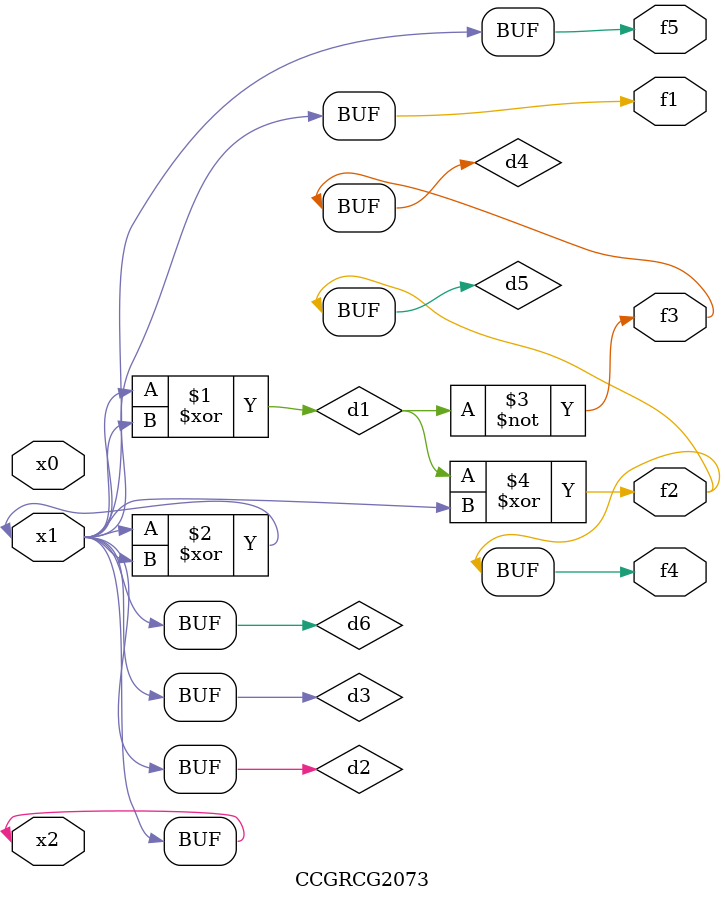
<source format=v>
module CCGRCG2073(
	input x0, x1, x2,
	output f1, f2, f3, f4, f5
);

	wire d1, d2, d3, d4, d5, d6;

	xor (d1, x1, x2);
	buf (d2, x1, x2);
	xor (d3, x1, x2);
	nor (d4, d1);
	xor (d5, d1, d2);
	buf (d6, d2, d3);
	assign f1 = d6;
	assign f2 = d5;
	assign f3 = d4;
	assign f4 = d5;
	assign f5 = d6;
endmodule

</source>
